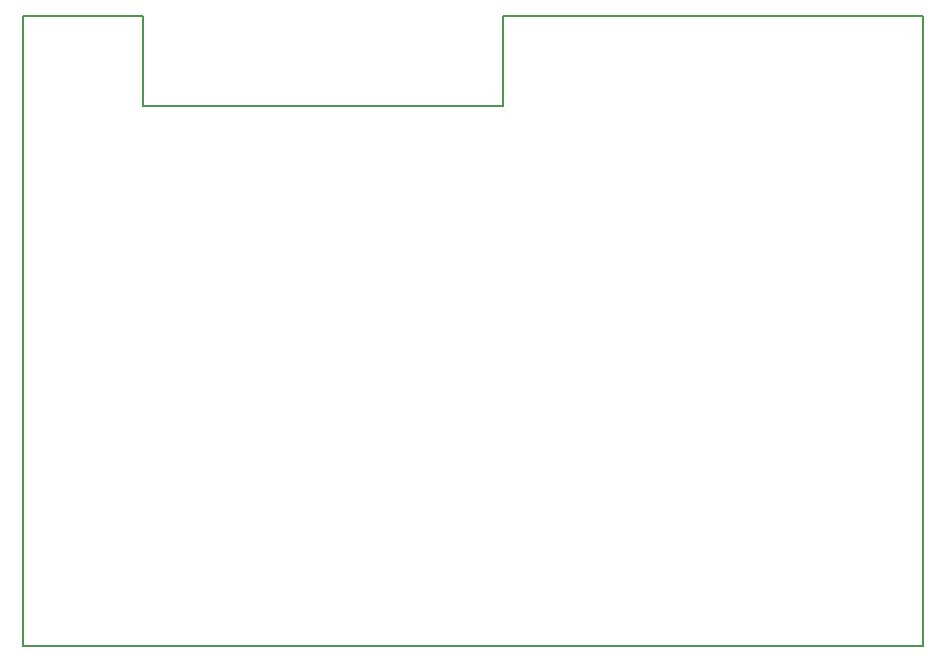
<source format=gm1>
G04 #@! TF.FileFunction,Profile,NP*
%FSLAX46Y46*%
G04 Gerber Fmt 4.6, Leading zero omitted, Abs format (unit mm)*
G04 Created by KiCad (PCBNEW 4.0.4-stable) date 10/25/16 00:02:51*
%MOMM*%
%LPD*%
G01*
G04 APERTURE LIST*
%ADD10C,0.100000*%
%ADD11C,0.150000*%
G04 APERTURE END LIST*
D10*
D11*
X170180000Y-64770000D02*
X170180000Y-57150000D01*
X139700000Y-64770000D02*
X170180000Y-64770000D01*
X170180000Y-57150000D02*
X205740000Y-57150000D01*
X139700000Y-57150000D02*
X129540000Y-57150000D01*
X139700000Y-64770000D02*
X139700000Y-57150000D01*
X129540000Y-110490000D02*
X129540000Y-57150000D01*
X205740000Y-57150000D02*
X205740000Y-110490000D01*
X205740000Y-110490000D02*
X129540000Y-110490000D01*
M02*

</source>
